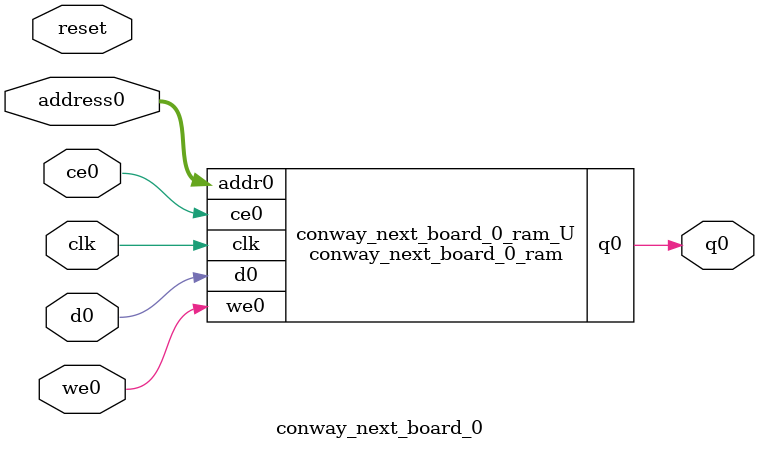
<source format=v>
`timescale 1 ns / 1 ps
module conway_next_board_0_ram (addr0, ce0, d0, we0, q0,  clk);

parameter DWIDTH = 1;
parameter AWIDTH = 7;
parameter MEM_SIZE = 90;

input[AWIDTH-1:0] addr0;
input ce0;
input[DWIDTH-1:0] d0;
input we0;
output reg[DWIDTH-1:0] q0;
input clk;

(* ram_style = "distributed" *)reg [DWIDTH-1:0] ram[0:MEM_SIZE-1];




always @(posedge clk)  
begin 
    if (ce0) 
    begin
        if (we0) 
        begin 
            ram[addr0] <= d0; 
        end 
        q0 <= ram[addr0];
    end
end


endmodule

`timescale 1 ns / 1 ps
module conway_next_board_0(
    reset,
    clk,
    address0,
    ce0,
    we0,
    d0,
    q0);

parameter DataWidth = 32'd1;
parameter AddressRange = 32'd90;
parameter AddressWidth = 32'd7;
input reset;
input clk;
input[AddressWidth - 1:0] address0;
input ce0;
input we0;
input[DataWidth - 1:0] d0;
output[DataWidth - 1:0] q0;



conway_next_board_0_ram conway_next_board_0_ram_U(
    .clk( clk ),
    .addr0( address0 ),
    .ce0( ce0 ),
    .we0( we0 ),
    .d0( d0 ),
    .q0( q0 ));

endmodule


</source>
